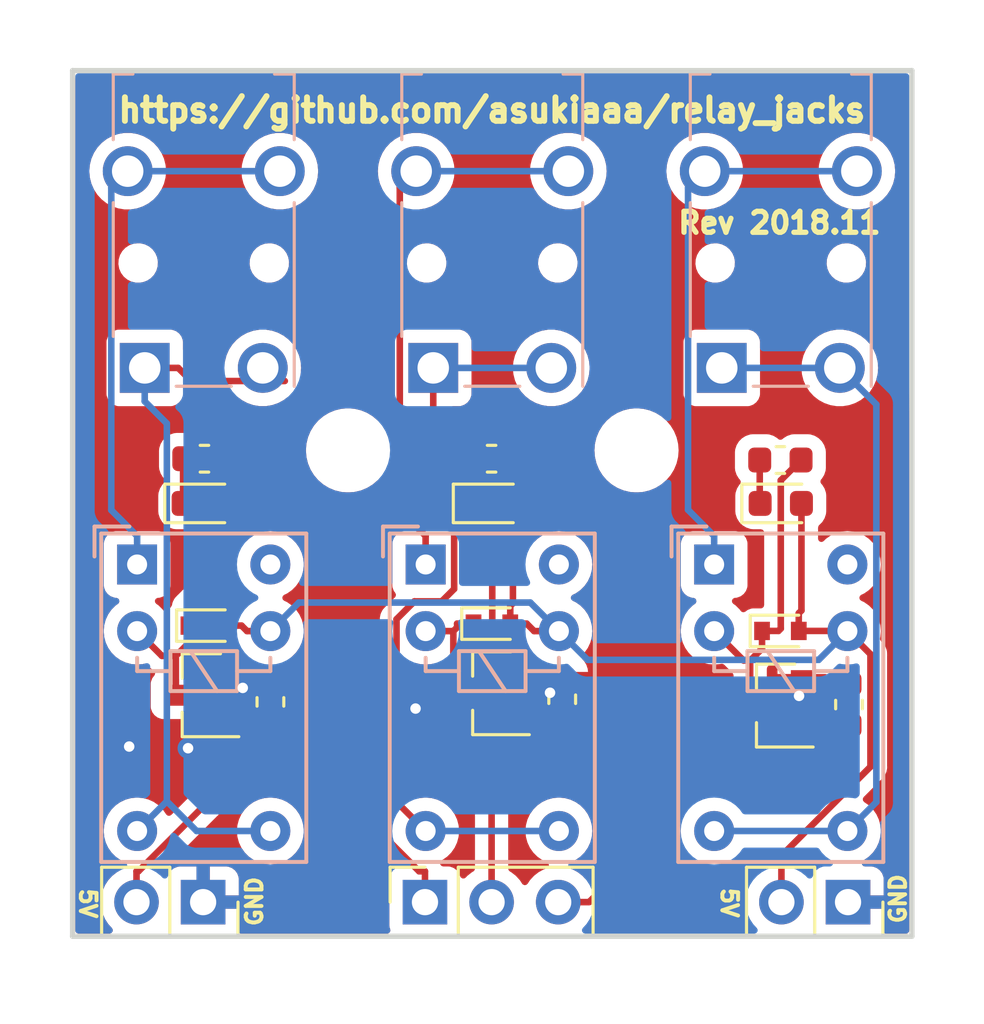
<source format=kicad_pcb>
(kicad_pcb (version 20221018) (generator pcbnew)
  (layers (0 "F.Cu" signal) (31 "B.Cu" signal) (34 "B.Paste" user) (35 "F.Paste" user) (36 "B.SilkS" user "B.Silkscreen") (37 "F.SilkS" user "F.Silkscreen") (38 "B.Mask" user) (39 "F.Mask" user) (44 "Edge.Cuts" user))
  (net 0 "")
  (net 1 "Net-(D1-Pad1)")
  (net 2 "+5V")
  (net 3 "Net-(D2-Pad1)")
  (net 4 "SIG0")
  (net 5 "SIG1")
  (net 6 "SIG2")
  (net 7 "GND")
  (net 8 "Net-(K1-Pad2)")
  (net 9 "Net-(J1-Pad4)")
  (net 10 "Net-(J1-Pad2)")
  (net 11 "Net-(D3-Pad1)")
  (net 12 "Net-(D4-Pad1)")
  (net 13 "Net-(D5-Pad1)")
  (net 14 "Net-(D6-Pad1)")
  (net 15 "Net-(J5-Pad2)")
  (net 16 "Net-(J5-Pad4)")
  (net 17 "Net-(J6-Pad4)")
  (net 18 "Net-(J6-Pad2)")
  (net 19 "Net-(K2-Pad2)")
  (net 20 "Net-(K3-Pad2)")
  (footprint "LED_SMD:LED_0603_1608Metric" (layer "F.Cu") (at 77.392 103.368)
    (fp_text reference "D1" hide)
    (fp_text value "LED")
    (fp_line (start -1.485 -0.735) (end -1.485 0.735) (stroke (width 0.12)) (layer "F.SilkS"))
    (fp_line (start -1.485 0.735) (end 0.8 0.735) (stroke (width 0.12)) (layer "F.SilkS"))
    (fp_line (start 0.8 -0.735) (end -1.485 -0.735) (stroke (width 0.12)) (layer "F.SilkS"))
    (pad "1" smd roundrect (at -0.7875 0) (size 0.875 0.95) (layers "F.Cu" "F.Paste" "F.Mask") (net 1 "Net-(D1-Pad1)"))
    (pad "2" smd roundrect (at 0.7875 0) (size 0.875 0.95) (layers "F.Cu" "F.Paste" "F.Mask") (net 2 "+5V"))
  )
  (footprint "Diode_SMD:D_SOD-523" (layer "F.Cu") (at 77.5081 108.026)
    (fp_text reference "D2" hide)
    (fp_text value "DIODE")
    (fp_line (start -1.15 -0.6) (end -1.15 0.6) (stroke (width 0.12)) (layer "F.SilkS"))
    (fp_line (start 0.7 -0.6) (end -1.15 -0.6) (stroke (width 0.12)) (layer "F.SilkS"))
    (fp_line (start 0.7 0.6) (end -1.15 0.6) (stroke (width 0.12)) (layer "F.SilkS"))
    (pad "1" smd rect (at -0.7 0 180) (size 0.6 0.7) (layers "F.Cu" "F.Paste" "F.Mask") (net 3 "Net-(D2-Pad1)"))
    (pad "2" smd rect (at 0.7 0 180) (size 0.6 0.7) (layers "F.Cu" "F.Paste" "F.Mask") (net 2 "+5V"))
  )
  (footprint "Connector_PinSocket_2.54mm:PinSocket_1x03_P2.54mm_Vertical" (layer "F.Cu") (at 85.8266 118.567 90)
    (fp_text reference "J2" hide)
    (fp_text value "Conn_01x03")
    (fp_line (start -1.33 1.27) (end -1.33 6.41) (stroke (width 0.12)) (layer "F.SilkS"))
    (fp_line (start -1.33 1.27) (end 1.33 1.27) (stroke (width 0.12)) (layer "F.SilkS"))
    (fp_line (start -1.33 6.41) (end 1.33 6.41) (stroke (width 0.12)) (layer "F.SilkS"))
    (fp_line (start 0 -1.33) (end 1.33 -1.33) (stroke (width 0.12)) (layer "F.SilkS"))
    (fp_line (start 1.33 -1.33) (end 1.33 0) (stroke (width 0.12)) (layer "F.SilkS"))
    (fp_line (start 1.33 1.27) (end 1.33 6.41) (stroke (width 0.12)) (layer "F.SilkS"))
    (pad "1" thru_hole rect (at 0 0 90) (size 1.7 1.7) (drill 1) (layers "*.Cu" "*.Mask") (net 4 "SIG0"))
    (pad "2" thru_hole oval (at 0 2.54 90) (size 1.7 1.7) (drill 1) (layers "*.Cu" "*.Mask") (net 5 "SIG1"))
    (pad "3" thru_hole oval (at 0 5.08 90) (size 1.7 1.7) (drill 1) (layers "*.Cu" "*.Mask") (net 6 "SIG2"))
  )
  (footprint "Connector_PinSocket_2.54mm:PinSocket_1x02_P2.54mm_Vertical" (layer "F.Cu") (at 77.3684 118.567 -90)
    (fp_text reference "J3" hide)
    (fp_text value "Conn_01x02")
    (fp_line (start -1.33 1.27) (end -1.33 3.87) (stroke (width 0.12)) (layer "F.SilkS"))
    (fp_line (start -1.33 1.27) (end 1.33 1.27) (stroke (width 0.12)) (layer "F.SilkS"))
    (fp_line (start -1.33 3.87) (end 1.33 3.87) (stroke (width 0.12)) (layer "F.SilkS"))
    (fp_line (start 0 -1.33) (end 1.33 -1.33) (stroke (width 0.12)) (layer "F.SilkS"))
    (fp_line (start 1.33 -1.33) (end 1.33 0) (stroke (width 0.12)) (layer "F.SilkS"))
    (fp_line (start 1.33 1.27) (end 1.33 3.87) (stroke (width 0.12)) (layer "F.SilkS"))
    (pad "1" thru_hole rect (at 0 0 270) (size 1.7 1.7) (drill 1) (layers "*.Cu" "*.Mask") (net 7 "GND"))
    (pad "2" thru_hole oval (at 0 2.54 270) (size 1.7 1.7) (drill 1) (layers "*.Cu" "*.Mask") (net 2 "+5V"))
  )
  (footprint "Connector_PinSocket_2.54mm:PinSocket_1x02_P2.54mm_Vertical" (layer "F.Cu") (at 101.956 118.567 -90)
    (fp_text reference "J4" hide)
    (fp_text value "Conn_01x02")
    (fp_line (start -1.33 1.27) (end -1.33 3.87) (stroke (width 0.12)) (layer "F.SilkS"))
    (fp_line (start -1.33 1.27) (end 1.33 1.27) (stroke (width 0.12)) (layer "F.SilkS"))
    (fp_line (start -1.33 3.87) (end 1.33 3.87) (stroke (width 0.12)) (layer "F.SilkS"))
    (fp_line (start 0 -1.33) (end 1.33 -1.33) (stroke (width 0.12)) (layer "F.SilkS"))
    (fp_line (start 1.33 -1.33) (end 1.33 0) (stroke (width 0.12)) (layer "F.SilkS"))
    (fp_line (start 1.33 1.27) (end 1.33 3.87) (stroke (width 0.12)) (layer "F.SilkS"))
    (pad "1" thru_hole rect (at 0 0 270) (size 1.7 1.7) (drill 1) (layers "*.Cu" "*.Mask") (net 7 "GND"))
    (pad "2" thru_hole oval (at 0 2.54 270) (size 1.7 1.7) (drill 1) (layers "*.Cu" "*.Mask") (net 2 "+5V"))
  )
  (footprint "Package_TO_SOT_SMD:SOT-23" (layer "F.Cu") (at 77.3303 110.68 180)
    (fp_text reference "Q1" hide)
    (fp_text value "Q_NMOS_GSD")
    (fp_line (start 0.76 -1.58) (end -1.4 -1.58) (stroke (width 0.12)) (layer "F.SilkS"))
    (fp_line (start 0.76 -1.58) (end 0.76 -0.65) (stroke (width 0.12)) (layer "F.SilkS"))
    (fp_line (start 0.76 1.58) (end -0.7 1.58) (stroke (width 0.12)) (layer "F.SilkS"))
    (fp_line (start 0.76 1.58) (end 0.76 0.65) (stroke (width 0.12)) (layer "F.SilkS"))
    (pad "1" smd rect (at -1 -0.95 180) (size 0.9 0.8) (layers "F.Cu" "F.Paste" "F.Mask") (net 4 "SIG0"))
    (pad "2" smd rect (at -1 0.95 180) (size 0.9 0.8) (layers "F.Cu" "F.Paste" "F.Mask") (net 7 "GND"))
    (pad "3" smd rect (at 1 0 180) (size 0.9 0.8) (layers "F.Cu" "F.Paste" "F.Mask") (net 3 "Net-(D2-Pad1)"))
  )
  (footprint "Resistor_SMD:R_0603_1608Metric" (layer "F.Cu") (at 77.4191 101.664 180)
    (fp_text reference "R1" hide)
    (fp_text value "1k")
    (fp_line (start -0.162779 -0.51) (end 0.162779 -0.51) (stroke (width 0.12)) (layer "F.SilkS"))
    (fp_line (start -0.162779 0.51) (end 0.162779 0.51) (stroke (width 0.12)) (layer "F.SilkS"))
    (pad "1" smd roundrect (at -0.7875 0 180) (size 0.875 0.95) (layers "F.Cu" "F.Paste" "F.Mask") (net 3 "Net-(D2-Pad1)"))
    (pad "2" smd roundrect (at 0.7875 0 180) (size 0.875 0.95) (layers "F.Cu" "F.Paste" "F.Mask") (net 1 "Net-(D1-Pad1)"))
  )
  (footprint "Resistor_SMD:R_0603_1608Metric" (layer "F.Cu") (at 79.9338 110.934 90)
    (fp_text reference "R2" hide)
    (fp_text value "1k")
    (fp_line (start -0.162779 -0.51) (end 0.162779 -0.51) (stroke (width 0.12)) (layer "F.SilkS"))
    (fp_line (start -0.162779 0.51) (end 0.162779 0.51) (stroke (width 0.12)) (layer "F.SilkS"))
    (pad "1" smd roundrect (at -0.7875 0 90) (size 0.875 0.95) (layers "F.Cu" "F.Paste" "F.Mask") (net 4 "SIG0"))
    (pad "2" smd roundrect (at 0.7875 0 90) (size 0.875 0.95) (layers "F.Cu" "F.Paste" "F.Mask") (net 7 "GND"))
  )
  (footprint "LED_SMD:LED_0603_1608Metric" (layer "F.Cu") (at 88.392 103.368)
    (fp_text reference "D3" hide)
    (fp_text value "LED")
    (fp_line (start -1.485 -0.735) (end -1.485 0.735) (stroke (width 0.12)) (layer "F.SilkS"))
    (fp_line (start -1.485 0.735) (end 0.8 0.735) (stroke (width 0.12)) (layer "F.SilkS"))
    (fp_line (start 0.8 -0.735) (end -1.485 -0.735) (stroke (width 0.12)) (layer "F.SilkS"))
    (pad "1" smd roundrect (at -0.7875 0) (size 0.875 0.95) (layers "F.Cu" "F.Paste" "F.Mask") (net 11 "Net-(D3-Pad1)"))
    (pad "2" smd roundrect (at 0.7875 0) (size 0.875 0.95) (layers "F.Cu" "F.Paste" "F.Mask") (net 2 "+5V"))
  )
  (footprint "Diode_SMD:D_SOD-523" (layer "F.Cu") (at 88.3778 107.95)
    (fp_text reference "D4" hide)
    (fp_text value "DIODE")
    (fp_line (start -1.15 -0.6) (end -1.15 0.6) (stroke (width 0.12)) (layer "F.SilkS"))
    (fp_line (start 0.7 -0.6) (end -1.15 -0.6) (stroke (width 0.12)) (layer "F.SilkS"))
    (fp_line (start 0.7 0.6) (end -1.15 0.6) (stroke (width 0.12)) (layer "F.SilkS"))
    (pad "1" smd rect (at -0.7 0 180) (size 0.6 0.7) (layers "F.Cu" "F.Paste" "F.Mask") (net 12 "Net-(D4-Pad1)"))
    (pad "2" smd rect (at 0.7 0 180) (size 0.6 0.7) (layers "F.Cu" "F.Paste" "F.Mask") (net 2 "+5V"))
  )
  (footprint "LED_SMD:LED_0603_1608Metric" (layer "F.Cu") (at 99.392 103.368)
    (fp_text reference "D5" hide)
    (fp_text value "LED")
    (fp_line (start -1.485 -0.735) (end -1.485 0.735) (stroke (width 0.12)) (layer "F.SilkS"))
    (fp_line (start -1.485 0.735) (end 0.8 0.735) (stroke (width 0.12)) (layer "F.SilkS"))
    (fp_line (start 0.8 -0.735) (end -1.485 -0.735) (stroke (width 0.12)) (layer "F.SilkS"))
    (pad "1" smd roundrect (at -0.7875 0) (size 0.875 0.95) (layers "F.Cu" "F.Paste" "F.Mask") (net 13 "Net-(D5-Pad1)"))
    (pad "2" smd roundrect (at 0.7875 0) (size 0.875 0.95) (layers "F.Cu" "F.Paste" "F.Mask") (net 2 "+5V"))
  )
  (footprint "Diode_SMD:D_SOD-523" (layer "F.Cu") (at 99.3775 108.229)
    (fp_text reference "D6" hide)
    (fp_text value "DIODE")
    (fp_line (start -1.15 -0.6) (end -1.15 0.6) (stroke (width 0.12)) (layer "F.SilkS"))
    (fp_line (start 0.7 -0.6) (end -1.15 -0.6) (stroke (width 0.12)) (layer "F.SilkS"))
    (fp_line (start 0.7 0.6) (end -1.15 0.6) (stroke (width 0.12)) (layer "F.SilkS"))
    (pad "1" smd rect (at -0.7 0 180) (size 0.6 0.7) (layers "F.Cu" "F.Paste" "F.Mask") (net 14 "Net-(D6-Pad1)"))
    (pad "2" smd rect (at 0.7 0 180) (size 0.6 0.7) (layers "F.Cu" "F.Paste" "F.Mask") (net 2 "+5V"))
  )
  (footprint "Package_TO_SOT_SMD:SOT-23" (layer "F.Cu") (at 88.4047 110.604 180)
    (fp_text reference "Q2" hide)
    (fp_text value "Q_NMOS_GSD")
    (fp_line (start 0.76 -1.58) (end -1.4 -1.58) (stroke (width 0.12)) (layer "F.SilkS"))
    (fp_line (start 0.76 -1.58) (end 0.76 -0.65) (stroke (width 0.12)) (layer "F.SilkS"))
    (fp_line (start 0.76 1.58) (end -0.7 1.58) (stroke (width 0.12)) (layer "F.SilkS"))
    (fp_line (start 0.76 1.58) (end 0.76 0.65) (stroke (width 0.12)) (layer "F.SilkS"))
    (pad "1" smd rect (at -1 -0.95 180) (size 0.9 0.8) (layers "F.Cu" "F.Paste" "F.Mask") (net 5 "SIG1"))
    (pad "2" smd rect (at -1 0.95 180) (size 0.9 0.8) (layers "F.Cu" "F.Paste" "F.Mask") (net 7 "GND"))
    (pad "3" smd rect (at 1 0 180) (size 0.9 0.8) (layers "F.Cu" "F.Paste" "F.Mask") (net 12 "Net-(D4-Pad1)"))
  )
  (footprint "Package_TO_SOT_SMD:SOT-23" (layer "F.Cu") (at 99.2251 111.074 180)
    (fp_text reference "Q3" hide)
    (fp_text value "Q_NMOS_GSD")
    (fp_line (start 0.76 -1.58) (end -1.4 -1.58) (stroke (width 0.12)) (layer "F.SilkS"))
    (fp_line (start 0.76 -1.58) (end 0.76 -0.65) (stroke (width 0.12)) (layer "F.SilkS"))
    (fp_line (start 0.76 1.58) (end -0.7 1.58) (stroke (width 0.12)) (layer "F.SilkS"))
    (fp_line (start 0.76 1.58) (end 0.76 0.65) (stroke (width 0.12)) (layer "F.SilkS"))
    (pad "1" smd rect (at -1 -0.95 180) (size 0.9 0.8) (layers "F.Cu" "F.Paste" "F.Mask") (net 6 "SIG2"))
    (pad "2" smd rect (at -1 0.95 180) (size 0.9 0.8) (layers "F.Cu" "F.Paste" "F.Mask") (net 7 "GND"))
    (pad "3" smd rect (at 1 0 180) (size 0.9 0.8) (layers "F.Cu" "F.Paste" "F.Mask") (net 14 "Net-(D6-Pad1)"))
  )
  (footprint "Resistor_SMD:R_0603_1608Metric" (layer "F.Cu") (at 91.059 110.833 90)
    (fp_text reference "R3" hide)
    (fp_text value "1k")
    (fp_line (start -0.162779 -0.51) (end 0.162779 -0.51) (stroke (width 0.12)) (layer "F.SilkS"))
    (fp_line (start -0.162779 0.51) (end 0.162779 0.51) (stroke (width 0.12)) (layer "F.SilkS"))
    (pad "1" smd roundrect (at -0.7875 0 90) (size 0.875 0.95) (layers "F.Cu" "F.Paste" "F.Mask") (net 5 "SIG1"))
    (pad "2" smd roundrect (at 0.7875 0 90) (size 0.875 0.95) (layers "F.Cu" "F.Paste" "F.Mask") (net 7 "GND"))
  )
  (footprint "Resistor_SMD:R_0603_1608Metric" (layer "F.Cu") (at 88.3666 101.664 180)
    (fp_text reference "R4" hide)
    (fp_text value "1k")
    (fp_line (start -0.162779 -0.51) (end 0.162779 -0.51) (stroke (width 0.12)) (layer "F.SilkS"))
    (fp_line (start -0.162779 0.51) (end 0.162779 0.51) (stroke (width 0.12)) (layer "F.SilkS"))
    (pad "1" smd roundrect (at -0.7875 0 180) (size 0.875 0.95) (layers "F.Cu" "F.Paste" "F.Mask") (net 12 "Net-(D4-Pad1)"))
    (pad "2" smd roundrect (at 0.7875 0 180) (size 0.875 0.95) (layers "F.Cu" "F.Paste" "F.Mask") (net 11 "Net-(D3-Pad1)"))
  )
  (footprint "Resistor_SMD:R_0603_1608Metric" (layer "F.Cu") (at 101.994 111.036 90)
    (fp_text reference "R5" hide)
    (fp_text value "1k")
    (fp_line (start -0.162779 -0.51) (end 0.162779 -0.51) (stroke (width 0.12)) (layer "F.SilkS"))
    (fp_line (start -0.162779 0.51) (end 0.162779 0.51) (stroke (width 0.12)) (layer "F.SilkS"))
    (pad "1" smd roundrect (at -0.7875 0 90) (size 0.875 0.95) (layers "F.Cu" "F.Paste" "F.Mask") (net 6 "SIG2"))
    (pad "2" smd roundrect (at 0.7875 0 90) (size 0.875 0.95) (layers "F.Cu" "F.Paste" "F.Mask") (net 7 "GND"))
  )
  (footprint "Resistor_SMD:R_0603_1608Metric" (layer "F.Cu") (at 99.3775 101.714 180)
    (fp_text reference "R6" hide)
    (fp_text value "1k")
    (fp_line (start -0.162779 -0.51) (end 0.162779 -0.51) (stroke (width 0.12)) (layer "F.SilkS"))
    (fp_line (start -0.162779 0.51) (end 0.162779 0.51) (stroke (width 0.12)) (layer "F.SilkS"))
    (pad "1" smd roundrect (at -0.7875 0 180) (size 0.875 0.95) (layers "F.Cu" "F.Paste" "F.Mask") (net 14 "Net-(D6-Pad1)"))
    (pad "2" smd roundrect (at 0.7875 0 180) (size 0.875 0.95) (layers "F.Cu" "F.Paste" "F.Mask") (net 13 "Net-(D5-Pad1)"))
  )
  (footprint "MountingHole:MountingHole_2.7mm_M2.5_DIN965" (layer "F.Cu") (at 93.892 101.346)
    (fp_text reference "REF1" hide)
    (fp_text value "MountingHole_2.7mm_M2.5_DIN965")
    (pad "" np_thru_hole circle (at 0 0) (size 2.7 2.7) (drill 2.7) (layers "*.Cu" "*.Mask"))
  )
  (footprint "MountingHole:MountingHole_2.7mm_M2.5_DIN965" (layer "F.Cu") (at 82.892 101.346)
    (fp_text reference "REF2" hide)
    (fp_text value "MountingHole_2.7mm_M2.5_DIN965")
    (pad "" np_thru_hole circle (at 0 0) (size 2.7 2.7) (drill 2.7) (layers "*.Cu" "*.Mask"))
  )
  (footprint "Connector_Audio:Jack_3.5mm_Switronic_ST-005-G_horizontal" (layer "B.Cu") (at 77.392 91.702 -90)
    (fp_text reference "J1" hide)
    (fp_text value "AudioJack3_Ground")
    (fp_line (start -4.7 -3.45) (end -4.7 -2.7) (stroke (width 0.12)) (layer "B.SilkS"))
    (fp_line (start -4.7 2.7) (end -4.7 3.45) (stroke (width 0.12)) (layer "B.SilkS"))
    (fp_line (start -4.7 3.45) (end -2.2 3.45) (stroke (width 0.12)) (layer "B.SilkS"))
    (fp_line (start -2.2 -3.45) (end -4.7 -3.45) (stroke (width 0.12)) (layer "B.SilkS"))
    (fp_line (start 0.2 -3.45) (end 7.2 -3.45) (stroke (width 0.12)) (layer "B.SilkS"))
    (fp_line (start 0.2 3.45) (end 5.3 3.45) (stroke (width 0.12)) (layer "B.SilkS"))
    (fp_line (start 7.2 1.05) (end 7.2 -1.05) (stroke (width 0.12)) (layer "B.SilkS"))
    (pad "" np_thru_hole circle (at 2.5 -2.5 270) (size 1 1) (drill 1) (layers "*.Cu" "*.Mask"))
    (pad "" np_thru_hole circle (at 2.5 2.5 270) (size 1 1) (drill 1) (layers "*.Cu" "*.Mask"))
    (pad "2" thru_hole rect (at 6.5 2.25 270) (size 1.9 1.9) (drill 1.2) (layers "*.Cu" "*.Mask") (net 10 "Net-(J1-Pad2)"))
    (pad "3" thru_hole circle (at 6.5 -2.25 270) (size 1.9 1.9) (drill 1.2) (layers "*.Cu" "*.Mask") (net 10 "Net-(J1-Pad2)"))
    (pad "4" thru_hole circle (at -1 -2.9 270) (size 1.9 1.9) (drill 1.2) (layers "*.Cu" "*.Mask") (net 9 "Net-(J1-Pad4)"))
    (pad "4" thru_hole circle (at -1 2.9 270) (size 1.9 1.9) (drill 1.2) (layers "*.Cu" "*.Mask") (net 9 "Net-(J1-Pad4)"))
  )
  (footprint "Relay_THT:Relay_SPDT_HsinDa_Y14" (layer "B.Cu") (at 74.852 105.696 -90)
    (fp_text reference "K1" hide)
    (fp_text value "Y14x-1C-xxDS")
    (fp_line (start -1.4478 1.6256) (end -1.4478 0.2921) (stroke (width 0.15)) (layer "B.SilkS"))
    (fp_line (start -1.18 -6.45) (end 11.34 -6.45) (stroke (width 0.15)) (layer "B.SilkS"))
    (fp_line (start -1.18 1.37) (end -1.18 -6.45) (stroke (width 0.15)) (layer "B.SilkS"))
    (fp_line (start -0.3048 1.6256) (end -1.4478 1.6256) (stroke (width 0.15)) (layer "B.SilkS"))
    (fp_line (start 3.302 -3.81) (end 3.302 -1.27) (stroke (width 0.15)) (layer "B.SilkS"))
    (fp_line (start 3.302 -2.032) (end 4.826 -3.048) (stroke (width 0.15)) (layer "B.SilkS"))
    (fp_line (start 3.302 -1.27) (end 4.826 -1.27) (stroke (width 0.15)) (layer "B.SilkS"))
    (fp_line (start 3.556 0) (end 4.064 0) (stroke (width 0.15)) (layer "B.SilkS"))
    (fp_line (start 4.064 -5.08) (end 3.556 -5.08) (stroke (width 0.15)) (layer "B.SilkS"))
    (fp_line (start 4.064 -3.81) (end 4.064 -5.08) (stroke (width 0.15)) (layer "B.SilkS"))
    (fp_line (start 4.064 0) (end 4.064 -1.27) (stroke (width 0.15)) (layer "B.SilkS"))
    (fp_line (start 4.826 -3.81) (end 3.302 -3.81) (stroke (width 0.15)) (layer "B.SilkS"))
    (fp_line (start 4.826 -1.27) (end 4.826 -3.81) (stroke (width 0.15)) (layer "B.SilkS"))
    (fp_line (start 11.34 -6.45) (end 11.34 1.37) (stroke (width 0.15)) (layer "B.SilkS"))
    (fp_line (start 11.34 1.37) (end -1.18 1.37) (stroke (width 0.15)) (layer "B.SilkS"))
    (pad "1" thru_hole rect (at 0 0 270) (size 1.524 1.524) (drill 0.762) (layers "*.Cu" "*.Mask") (net 9 "Net-(J1-Pad4)"))
    (pad "2" thru_hole circle (at 0 -5.08 270) (size 1.524 1.524) (drill 0.762) (layers "*.Cu" "*.Mask") (net 8 "Net-(K1-Pad2)"))
    (pad "3" thru_hole circle (at 2.54 0 270) (size 1.524 1.524) (drill 0.762) (layers "*.Cu" "*.Mask") (net 3 "Net-(D2-Pad1)"))
    (pad "4" thru_hole circle (at 2.54 -5.08 270) (size 1.524 1.524) (drill 0.762) (layers "*.Cu" "*.Mask") (net 2 "+5V"))
    (pad "5" thru_hole circle (at 10.16 0 270) (size 1.524 1.524) (drill 0.762) (layers "*.Cu" "*.Mask") (net 10 "Net-(J1-Pad2)"))
    (pad "6" thru_hole circle (at 10.16 -5.08 270) (size 1.524 1.524) (drill 0.762) (layers "*.Cu" "*.Mask") (net 10 "Net-(J1-Pad2)"))
  )
  (footprint "Connector_Audio:Jack_3.5mm_Switronic_ST-005-G_horizontal" (layer "B.Cu") (at 88.392 91.702 -90)
    (fp_text reference "J5" hide)
    (fp_text value "AudioJack3_Ground")
    (fp_line (start -4.7 -3.45) (end -4.7 -2.7) (stroke (width 0.12)) (layer "B.SilkS"))
    (fp_line (start -4.7 2.7) (end -4.7 3.45) (stroke (width 0.12)) (layer "B.SilkS"))
    (fp_line (start -4.7 3.45) (end -2.2 3.45) (stroke (width 0.12)) (layer "B.SilkS"))
    (fp_line (start -2.2 -3.45) (end -4.7 -3.45) (stroke (width 0.12)) (layer "B.SilkS"))
    (fp_line (start 0.2 -3.45) (end 7.2 -3.45) (stroke (width 0.12)) (layer "B.SilkS"))
    (fp_line (start 0.2 3.45) (end 5.3 3.45) (stroke (width 0.12)) (layer "B.SilkS"))
    (fp_line (start 7.2 1.05) (end 7.2 -1.05) (stroke (width 0.12)) (layer "B.SilkS"))
    (pad "" np_thru_hole circle (at 2.5 -2.5 270) (size 1 1) (drill 1) (layers "*.Cu" "*.Mask"))
    (pad "" np_thru_hole circle (at 2.5 2.5 270) (size 1 1) (drill 1) (layers "*.Cu" "*.Mask"))
    (pad "2" thru_hole rect (at 6.5 2.25 270) (size 1.9 1.9) (drill 1.2) (layers "*.Cu" "*.Mask") (net 15 "Net-(J5-Pad2)"))
    (pad "3" thru_hole circle (at 6.5 -2.25 270) (size 1.9 1.9) (drill 1.2) (layers "*.Cu" "*.Mask") (net 15 "Net-(J5-Pad2)"))
    (pad "4" thru_hole circle (at -1 -2.9 270) (size 1.9 1.9) (drill 1.2) (layers "*.Cu" "*.Mask") (net 16 "Net-(J5-Pad4)"))
    (pad "4" thru_hole circle (at -1 2.9 270) (size 1.9 1.9) (drill 1.2) (layers "*.Cu" "*.Mask") (net 16 "Net-(J5-Pad4)"))
  )
  (footprint "Connector_Audio:Jack_3.5mm_Switronic_ST-005-G_horizontal" (layer "B.Cu") (at 99.392 91.702 -90)
    (fp_text reference "J6" hide)
    (fp_text value "AudioJack3_Ground")
    (fp_line (start -4.7 -3.45) (end -4.7 -2.7) (stroke (width 0.12)) (layer "B.SilkS"))
    (fp_line (start -4.7 2.7) (end -4.7 3.45) (stroke (width 0.12)) (layer "B.SilkS"))
    (fp_line (start -4.7 3.45) (end -2.2 3.45) (stroke (width 0.12)) (layer "B.SilkS"))
    (fp_line (start -2.2 -3.45) (end -4.7 -3.45) (stroke (width 0.12)) (layer "B.SilkS"))
    (fp_line (start 0.2 -3.45) (end 7.2 -3.45) (stroke (width 0.12)) (layer "B.SilkS"))
    (fp_line (start 0.2 3.45) (end 5.3 3.45) (stroke (width 0.12)) (layer "B.SilkS"))
    (fp_line (start 7.2 1.05) (end 7.2 -1.05) (stroke (width 0.12)) (layer "B.SilkS"))
    (pad "" np_thru_hole circle (at 2.5 -2.5 270) (size 1 1) (drill 1) (layers "*.Cu" "*.Mask"))
    (pad "" np_thru_hole circle (at 2.5 2.5 270) (size 1 1) (drill 1) (layers "*.Cu" "*.Mask"))
    (pad "2" thru_hole rect (at 6.5 2.25 270) (size 1.9 1.9) (drill 1.2) (layers "*.Cu" "*.Mask") (net 18 "Net-(J6-Pad2)"))
    (pad "3" thru_hole circle (at 6.5 -2.25 270) (size 1.9 1.9) (drill 1.2) (layers "*.Cu" "*.Mask") (net 18 "Net-(J6-Pad2)"))
    (pad "4" thru_hole circle (at -1 -2.9 270) (size 1.9 1.9) (drill 1.2) (layers "*.Cu" "*.Mask") (net 17 "Net-(J6-Pad4)"))
    (pad "4" thru_hole circle (at -1 2.9 270) (size 1.9 1.9) (drill 1.2) (layers "*.Cu" "*.Mask") (net 17 "Net-(J6-Pad4)"))
  )
  (footprint "Relay_THT:Relay_SPDT_HsinDa_Y14" (layer "B.Cu") (at 85.852 105.696 -90)
    (fp_text reference "K2" hide)
    (fp_text value "Y14x-1C-xxDS")
    (fp_line (start -1.4478 1.6256) (end -1.4478 0.2921) (stroke (width 0.15)) (layer "B.SilkS"))
    (fp_line (start -1.18 -6.45) (end 11.34 -6.45) (stroke (width 0.15)) (layer "B.SilkS"))
    (fp_line (start -1.18 1.37) (end -1.18 -6.45) (stroke (width 0.15)) (layer "B.SilkS"))
    (fp_line (start -0.3048 1.6256) (end -1.4478 1.6256) (stroke (width 0.15)) (layer "B.SilkS"))
    (fp_line (start 3.302 -3.81) (end 3.302 -1.27) (stroke (width 0.15)) (layer "B.SilkS"))
    (fp_line (start 3.302 -2.032) (end 4.826 -3.048) (stroke (width 0.15)) (layer "B.SilkS"))
    (fp_line (start 3.302 -1.27) (end 4.826 -1.27) (stroke (width 0.15)) (layer "B.SilkS"))
    (fp_line (start 3.556 0) (end 4.064 0) (stroke (width 0.15)) (layer "B.SilkS"))
    (fp_line (start 4.064 -5.08) (end 3.556 -5.08) (stroke (width 0.15)) (layer "B.SilkS"))
    (fp_line (start 4.064 -3.81) (end 4.064 -5.08) (stroke (width 0.15)) (layer "B.SilkS"))
    (fp_line (start 4.064 0) (end 4.064 -1.27) (stroke (width 0.15)) (layer "B.SilkS"))
    (fp_line (start 4.826 -3.81) (end 3.302 -3.81) (stroke (width 0.15)) (layer "B.SilkS"))
    (fp_line (start 4.826 -1.27) (end 4.826 -3.81) (stroke (width 0.15)) (layer "B.SilkS"))
    (fp_line (start 11.34 -6.45) (end 11.34 1.37) (stroke (width 0.15)) (layer "B.SilkS"))
    (fp_line (start 11.34 1.37) (end -1.18 1.37) (stroke (width 0.15)) (layer "B.SilkS"))
    (pad "1" thru_hole rect (at 0 0 270) (size 1.524 1.524) (drill 0.762) (layers "*.Cu" "*.Mask") (net 16 "Net-(J5-Pad4)"))
    (pad "2" thru_hole circle (at 0 -5.08 270) (size 1.524 1.524) (drill 0.762) (layers "*.Cu" "*.Mask") (net 19 "Net-(K2-Pad2)"))
    (pad "3" thru_hole circle (at 2.54 0 270) (size 1.524 1.524) (drill 0.762) (layers "*.Cu" "*.Mask") (net 12 "Net-(D4-Pad1)"))
    (pad "4" thru_hole circle (at 2.54 -5.08 270) (size 1.524 1.524) (drill 0.762) (layers "*.Cu" "*.Mask") (net 2 "+5V"))
    (pad "5" thru_hole circle (at 10.16 0 270) (size 1.524 1.524) (drill 0.762) (layers "*.Cu" "*.Mask") (net 15 "Net-(J5-Pad2)"))
    (pad "6" thru_hole circle (at 10.16 -5.08 270) (size 1.524 1.524) (drill 0.762) (layers "*.Cu" "*.Mask") (net 15 "Net-(J5-Pad2)"))
  )
  (footprint "Relay_THT:Relay_SPDT_HsinDa_Y14" (layer "B.Cu") (at 96.852 105.696 -90)
    (fp_text reference "K3" hide)
    (fp_text value "Y14x-1C-xxDS")
    (fp_line (start -1.4478 1.6256) (end -1.4478 0.2921) (stroke (width 0.15)) (layer "B.SilkS"))
    (fp_line (start -1.18 -6.45) (end 11.34 -6.45) (stroke (width 0.15)) (layer "B.SilkS"))
    (fp_line (start -1.18 1.37) (end -1.18 -6.45) (stroke (width 0.15)) (layer "B.SilkS"))
    (fp_line (start -0.3048 1.6256) (end -1.4478 1.6256) (stroke (width 0.15)) (layer "B.SilkS"))
    (fp_line (start 3.302 -3.81) (end 3.302 -1.27) (stroke (width 0.15)) (layer "B.SilkS"))
    (fp_line (start 3.302 -2.032) (end 4.826 -3.048) (stroke (width 0.15)) (layer "B.SilkS"))
    (fp_line (start 3.302 -1.27) (end 4.826 -1.27) (stroke (width 0.15)) (layer "B.SilkS"))
    (fp_line (start 3.556 0) (end 4.064 0) (stroke (width 0.15)) (layer "B.SilkS"))
    (fp_line (start 4.064 -5.08) (end 3.556 -5.08) (stroke (width 0.15)) (layer "B.SilkS"))
    (fp_line (start 4.064 -3.81) (end 4.064 -5.08) (stroke (width 0.15)) (layer "B.SilkS"))
    (fp_line (start 4.064 0) (end 4.064 -1.27) (stroke (width 0.15)) (layer "B.SilkS"))
    (fp_line (start 4.826 -3.81) (end 3.302 -3.81) (stroke (width 0.15)) (layer "B.SilkS"))
    (fp_line (start 4.826 -1.27) (end 4.826 -3.81) (stroke (width 0.15)) (layer "B.SilkS"))
    (fp_line (start 11.34 -6.45) (end 11.34 1.37) (stroke (width 0.15)) (layer "B.SilkS"))
    (fp_line (start 11.34 1.37) (end -1.18 1.37) (stroke (width 0.15)) (layer "B.SilkS"))
    (pad "1" thru_hole rect (at 0 0 270) (size 1.524 1.524) (drill 0.762) (layers "*.Cu" "*.Mask") (net 17 "Net-(J6-Pad4)"))
    (pad "2" thru_hole circle (at 0 -5.08 270) (size 1.524 1.524) (drill 0.762) (layers "*.Cu" "*.Mask") (net 20 "Net-(K3-Pad2)"))
    (pad "3" thru_hole circle (at 2.54 0 270) (size 1.524 1.524) (drill 0.762) (layers "*.Cu" "*.Mask") (net 14 "Net-(D6-Pad1)"))
    (pad "4" thru_hole circle (at 2.54 -5.08 270) (size 1.524 1.524) (drill 0.762) (layers "*.Cu" "*.Mask") (net 2 "+5V"))
    (pad "5" thru_hole circle (at 10.16 0 270) (size 1.524 1.524) (drill 0.762) (layers "*.Cu" "*.Mask") (net 18 "Net-(J6-Pad2)"))
    (pad "6" thru_hole circle (at 10.16 -5.08 270) (size 1.524 1.524) (drill 0.762) (layers "*.Cu" "*.Mask") (net 18 "Net-(J6-Pad2)"))
  )
  (gr_line (start 72.392 86.868) (end 72.392 119.868) (stroke (width 0.2)) (layer "Edge.Cuts"))
  (gr_line (start 104.392 86.868) (end 72.392 86.868) (stroke (width 0.2)) (layer "Edge.Cuts"))
  (gr_line (start 72.392 119.868) (end 104.392 119.868) (stroke (width 0.2)) (layer "Edge.Cuts"))
  (gr_line (start 104.392 119.868) (end 104.392 86.868) (stroke (width 0.2)) (layer "Edge.Cuts"))
  (gr_text "5V" (at 97.4344 118.5926 270) (layer "F.SilkS") (effects (font (size 0.6 0.6))))
  (gr_text "Rev 2018.11" (at 99.3394 92.6719) (layer "F.SilkS") (effects (font (size 0.8 0.8) (thickness 0.2))))
  (gr_text "https://github.com/asukiaaa/relay_jacks" (at 88.3793 88.3793) (layer "F.SilkS") (effects (font (size 0.9 0.9) (thickness 0.225))))
  (gr_text "5V" (at 72.9742 118.618 270) (layer "F.SilkS") (effects (font (size 0.6 0.6))))
  (gr_text "GND" (at 103.8606 118.4402 90) (layer "F.SilkS") (effects (font (size 0.6 0.6))))
  (gr_text "GND" (at 79.3242 118.5418 90) (layer "F.SilkS") (effects (font (size 0.6 0.6))))
  (segment (start 76.6045 101.6911) (end 76.6045 103.368) (width 0.25) (layer "F.Cu") (net 1))
  (segment (start 76.6316 101.664) (end 76.6045 101.6911) (width 0.25) (layer "F.Cu") (net 1))
  (segment (start 79.932 108.236) (end 79.0434 108.236) (width 0.25) (layer "F.Cu") (net 2))
  (segment (start 89.1795 107.173) (end 89.0778 107.2747) (width 0.25) (layer "F.Cu") (net 2))
  (segment (start 78.2081 108.026) (end 77.5828 108.026) (width 0.25) (layer "F.Cu") (net 2))
  (segment (start 101.925 108.229) (end 101.932 108.236) (width 0.25) (layer "F.Cu") (net 2))
  (segment (start 78.1795 103.368) (end 78.1795 107.3221) (width 0.25) (layer "F.Cu") (net 2))
  (segment (start 100.1795 107.4517) (end 100.0775 107.5537) (width 0.25) (layer "F.Cu") (net 2))
  (segment (start 102.8101 113.407) (end 102.8101 109.1141) (width 0.25) (layer "F.Cu") (net 2))
  (segment (start 77.5192 114.7744) (end 74.9019 117.3917) (width 0.25) (layer "F.Cu") (net 2))
  (segment (start 90.932 108.236) (end 89.9891 108.236) (width 0.25) (layer "F.Cu") (net 2))
  (segment (start 89.1795 103.368) (end 89.1795 107.173) (width 0.25) (layer "F.Cu") (net 2))
  (segment (start 99.416 116.8011) (end 102.8101 113.407) (width 0.25) (layer "F.Cu") (net 2))
  (segment (start 77.5828 108.026) (end 77.5192 108.0896) (width 0.25) (layer "F.Cu") (net 2))
  (segment (start 78.1795 107.3221) (end 78.2081 107.3507) (width 0.25) (layer "F.Cu") (net 2))
  (segment (start 78.2081 108.026) (end 78.8334 108.026) (width 0.25) (layer "F.Cu") (net 2))
  (segment (start 100.1795 103.368) (end 100.1795 107.4517) (width 0.25) (layer "F.Cu") (net 2))
  (segment (start 74.9019 117.3917) (end 74.8284 117.3917) (width 0.25) (layer "F.Cu") (net 2))
  (segment (start 99.416 118.567) (end 99.416 116.8011) (width 0.25) (layer "F.Cu") (net 2))
  (segment (start 89.0778 107.95) (end 89.0778 107.2747) (width 0.25) (layer "F.Cu") (net 2))
  (segment (start 100.0775 108.229) (end 100.0775 107.5537) (width 0.25) (layer "F.Cu") (net 2))
  (segment (start 77.5192 108.0896) (end 77.5192 114.7744) (width 0.25) (layer "F.Cu") (net 2))
  (segment (start 89.0778 107.95) (end 89.7031 107.95) (width 0.25) (layer "F.Cu") (net 2))
  (segment (start 89.9891 108.236) (end 89.7031 107.95) (width 0.25) (layer "F.Cu") (net 2))
  (segment (start 79.0434 108.236) (end 78.8334 108.026) (width 0.25) (layer "F.Cu") (net 2))
  (segment (start 78.2081 107.7511) (end 78.2081 108.026) (width 0.25) (layer "F.Cu") (net 2))
  (segment (start 78.2081 107.7511) (end 78.2081 107.3507) (width 0.25) (layer "F.Cu") (net 2))
  (segment (start 74.8284 118.567) (end 74.8284 117.3917) (width 0.25) (layer "F.Cu") (net 2))
  (segment (start 102.8101 109.1141) (end 101.932 108.236) (width 0.25) (layer "F.Cu") (net 2))
  (segment (start 100.0775 108.229) (end 101.925 108.229) (width 0.25) (layer "F.Cu") (net 2))
  (segment (start 90.932 108.236) (end 89.8433 107.1473) (width 0.25) (layer "B.Cu") (net 2))
  (segment (start 81.0207 107.1473) (end 79.932 108.236) (width 0.25) (layer "B.Cu") (net 2))
  (segment (start 101.932 108.236) (end 100.8359 109.3321) (width 0.25) (layer "B.Cu") (net 2))
  (segment (start 89.8433 107.1473) (end 81.0207 107.1473) (width 0.25) (layer "B.Cu") (net 2))
  (segment (start 100.8359 109.3321) (end 92.0281 109.3321) (width 0.25) (layer "B.Cu") (net 2))
  (segment (start 92.0281 109.3321) (end 90.932 108.236) (width 0.25) (layer "B.Cu") (net 2))
  (segment (start 76.8081 108.026) (end 76.8081 107.3507) (width 0.25) (layer "F.Cu") (net 3))
  (segment (start 77.392 106.7668) (end 76.8081 107.3507) (width 0.25) (layer "F.Cu") (net 3))
  (segment (start 76.3303 110.68) (end 76.3303 109.1791) (width 0.25) (layer "F.Cu") (net 3))
  (segment (start 75.7951 109.1791) (end 74.852 108.236) (width 0.25) (layer "F.Cu") (net 3))
  (segment (start 76.3303 109.1791) (end 75.7951 109.1791) (width 0.25) (layer "F.Cu") (net 3))
  (segment (start 76.8081 108.026) (end 76.8081 108.7013) (width 0.25) (layer "F.Cu") (net 3))
  (segment (start 76.3303 109.1791) (end 76.8081 108.7013) (width 0.25) (layer "F.Cu") (net 3))
  (segment (start 77.392 102.4786) (end 77.392 106.7668) (width 0.25) (layer "F.Cu") (net 3))
  (segment (start 78.2066 101.664) (end 77.392 102.4786) (width 0.25) (layer "F.Cu") (net 3))
  (segment (start 79.1971 111.7215) (end 79.9338 111.7215) (width 0.25) (layer "F.Cu") (net 4))
  (segment (start 85.604 117.3917) (end 85.8266 117.3917) (width 0.25) (layer "F.Cu") (net 4))
  (segment (start 79.9338 111.7215) (end 85.604 117.3917) (width 0.25) (layer "F.Cu") (net 4))
  (segment (start 85.8266 118.567) (end 85.8266 117.3917) (width 0.25) (layer "F.Cu") (net 4))
  (segment (start 78.3303 111.63) (end 79.1056 111.63) (width 0.25) (layer "F.Cu") (net 4))
  (segment (start 79.1056 111.63) (end 79.1971 111.7215) (width 0.25) (layer "F.Cu") (net 4))
  (segment (start 88.3666 112.868) (end 88.3666 118.567) (width 0.25) (layer "F.Cu") (net 5))
  (segment (start 89.6806 111.554) (end 90.18 111.554) (width 0.25) (layer "F.Cu") (net 5))
  (segment (start 89.6806 111.554) (end 88.3666 112.868) (width 0.25) (layer "F.Cu") (net 5))
  (segment (start 89.4047 111.554) (end 89.6806 111.554) (width 0.25) (layer "F.Cu") (net 5))
  (segment (start 91.059 111.6205) (end 90.2465 111.6205) (width 0.25) (layer "F.Cu") (net 5))
  (segment (start 90.2465 111.6205) (end 90.18 111.554) (width 0.25) (layer "F.Cu") (net 5))
  (segment (start 100.2251 112.024) (end 98.6249 112.024) (width 0.25) (layer "F.Cu") (net 6))
  (segment (start 98.6249 112.024) (end 92.0819 118.567) (width 0.25) (layer "F.Cu") (net 6))
  (segment (start 90.9066 118.567) (end 92.0819 118.567) (width 0.25) (layer "F.Cu") (net 6))
  (segment (start 101.994 111.8235) (end 101.7935 112.024) (width 0.25) (layer "F.Cu") (net 6))
  (segment (start 101.7935 112.024) (end 100.2251 112.024) (width 0.25) (layer "F.Cu") (net 6))
  (segment (start 74.6125 112.6998) (end 74.549 112.6363) (width 0.25) (layer "F.Cu") (net 7))
  (segment (start 78.3303 109.73) (end 79.5173 109.73) (width 0.25) (layer "F.Cu") (net 7))
  (segment (start 90.594052 110.585915) (end 90.594052 110.510448) (width 0.25) (layer "F.Cu") (net 7))
  (segment (start 100.5461 110.2485) (end 100.0887 110.7059) (width 0.25) (layer "F.Cu") (net 7))
  (segment (start 79.9338 110.1465) (end 79.1343 110.1465) (width 0.25) (layer "F.Cu") (net 7))
  (segment (start 79.5173 109.73) (end 79.9338 110.1465) (width 0.25) (layer "F.Cu") (net 7))
  (segment (start 91.059 110.0455) (end 89.7962 110.0455) (width 0.25) (layer "F.Cu") (net 7))
  (segment (start 101.994 110.2485) (end 100.5461 110.2485) (width 0.25) (layer "F.Cu") (net 7))
  (segment (start 76.7942 112.6998) (end 74.6125 112.6998) (width 0.25) (layer "F.Cu") (net 7))
  (segment (start 89.7962 110.0455) (end 89.4047 109.654) (width 0.25) (layer "F.Cu") (net 7))
  (segment (start 90.594052 110.510448) (end 91.059 110.0455) (width 0.25) (layer "F.Cu") (net 7))
  (segment (start 79.1343 110.1465) (end 78.8797 110.4011) (width 0.25) (layer "F.Cu") (net 7))
  (via (at 74.549 112.6363) (size 0.8) (drill 0.4) (layers "F.Cu" "B.Cu") (net 7))
  (via (at 90.594052 110.585915) (size 0.8) (drill 0.4) (layers "F.Cu" "B.Cu") (net 7))
  (via (at 85.4672 111.1885) (size 0.8) (drill 0.4) (layers "F.Cu" "B.Cu") (net 7))
  (via (at 100.0887 110.7059) (size 0.8) (drill 0.4) (layers "F.Cu" "B.Cu") (net 7))
  (via (at 78.8797 110.4011) (size 0.8) (drill 0.4) (layers "F.Cu" "B.Cu") (net 7))
  (via (at 76.7942 112.6998) (size 0.8) (drill 0.4) (layers "F.Cu" "B.Cu") (net 7))
  (segment (start 90.594052 110.585915) (end 86.069785 110.585915) (width 0.25) (layer "B.Cu") (net 7))
  (segment (start 78.8797 110.4011) (end 76.7942 112.4866) (width 0.25) (layer "B.Cu") (net 7))
  (segment (start 100.0887 110.7059) (end 90.714037 110.7059) (width 0.25) (layer "B.Cu") (net 7))
  (segment (start 76.7942 112.4866) (end 76.7942 112.6998) (width 0.25) (layer "B.Cu") (net 7))
  (segment (start 86.069785 110.585915) (end 85.4672 111.1885) (width 0.25) (layer "B.Cu") (net 7))
  (segment (start 90.714037 110.7059) (end 90.594052 110.585915) (width 0.25) (layer "B.Cu") (net 7))
  (segment (start 74.492 90.702) (end 80.292 90.702) (width 0.25) (layer "B.Cu") (net 9))
  (segment (start 73.8666 103.6233) (end 74.852 104.6087) (width 0.25) (layer "B.Cu") (net 9))
  (segment (start 74.852 105.696) (end 74.852 104.6087) (width 0.25) (layer "B.Cu") (net 9))
  (segment (start 74.492 90.702) (end 73.8666 91.3274) (width 0.25) (layer "B.Cu") (net 9))
  (segment (start 73.8666 91.3274) (end 73.8666 103.6233) (width 0.25) (layer "B.Cu") (net 9))
  (segment (start 80.482 98.702) (end 79.8444 98.702) (width 0.25) (layer "F.Cu") (net 10))
  (segment (start 79.8444 98.702) (end 79.642 98.4996) (width 0.25) (layer "F.Cu") (net 10))
  (segment (start 76.9173 98.702) (end 76.4173 98.202) (width 0.25) (layer "F.Cu") (net 10))
  (segment (start 75.142 98.202) (end 76.4173 98.202) (width 0.25) (layer "F.Cu") (net 10))
  (segment (start 79.2067 98.702) (end 76.9173 98.702) (width 0.25) (layer "F.Cu") (net 10))
  (segment (start 79.8444 98.702) (end 79.2067 98.702) (width 0.25) (layer "F.Cu") (net 10))
  (segment (start 79.642 98.4996) (end 79.642 98.202) (width 0.25) (layer "F.Cu") (net 10))
  (segment (start 75.9857 114.7223) (end 74.852 115.856) (width 0.25) (layer "B.Cu") (net 10))
  (segment (start 75.142 98.202) (end 75.142 99.4773) (width 0.25) (layer "B.Cu") (net 10))
  (segment (start 77.1194 115.856) (end 75.9857 114.7223) (width 0.25) (layer "B.Cu") (net 10))
  (segment (start 75.142 99.4773) (end 75.9857 100.321) (width 0.25) (layer "B.Cu") (net 10))
  (segment (start 79.932 115.856) (end 77.1194 115.856) (width 0.25) (layer "B.Cu") (net 10))
  (segment (start 75.9857 100.321) (end 75.9857 114.7223) (width 0.25) (layer "B.Cu") (net 10))
  (segment (start 87.5791 101.664) (end 87.6045 101.6894) (width 0.25) (layer "F.Cu") (net 11))
  (segment (start 87.6045 101.6894) (end 87.6045 103.368) (width 0.25) (layer "F.Cu") (net 11))
  (segment (start 89.1541 101.664) (end 88.3921 102.426) (width 0.25) (layer "F.Cu") (net 12))
  (segment (start 88.3921 107.861) (end 88.3031 107.95) (width 0.25) (layer "F.Cu") (net 12))
  (segment (start 86.9079 108.236) (end 86.9079 109.3819) (width 0.25) (layer "F.Cu") (net 12))
  (segment (start 87.0525 107.95) (end 87.0525 108.0914) (width 0.25) (layer "F.Cu") (net 12))
  (segment (start 88.3921 102.426) (end 88.3921 107.861) (width 0.25) (layer "F.Cu") (net 12))
  (segment (start 87.4047 110.604) (end 87.4047 109.8787) (width 0.25) (layer "F.Cu") (net 12))
  (segment (start 86.9079 109.3819) (end 87.4047 109.8787) (width 0.25) (layer "F.Cu") (net 12))
  (segment (start 87.6778 107.95) (end 87.0525 107.95) (width 0.25) (layer "F.Cu") (net 12))
  (segment (start 87.6778 107.95) (end 88.3031 107.95) (width 0.25) (layer "F.Cu") (net 12))
  (segment (start 87.0525 108.0914) (end 86.9079 108.236) (width 0.25) (layer "F.Cu") (net 12))
  (segment (start 86.9079 108.236) (end 85.852 108.236) (width 0.25) (layer "F.Cu") (net 12))
  (segment (start 98.59 103.3535) (end 98.59 101.714) (width 0.25) (layer "F.Cu") (net 13))
  (segment (start 98.6045 103.368) (end 98.59 103.3535) (width 0.25) (layer "F.Cu") (net 13))
  (segment (start 98.2251 109.3567) (end 97.9727 109.3567) (width 0.25) (layer "F.Cu") (net 14))
  (segment (start 99.392 102.487) (end 99.392 108.1398) (width 0.25) (layer "F.Cu") (net 14))
  (segment (start 97.9727 109.3567) (end 96.852 108.236) (width 0.25) (layer "F.Cu") (net 14))
  (segment (start 98.2251 111.074) (end 98.2251 109.3567) (width 0.25) (layer "F.Cu") (net 14))
  (segment (start 98.6775 108.229) (end 99.3028 108.229) (width 0.25) (layer "F.Cu") (net 14))
  (segment (start 98.2251 109.3567) (end 98.6775 108.9043) (width 0.25) (layer "F.Cu") (net 14))
  (segment (start 100.165 101.714) (end 99.392 102.487) (width 0.25) (layer "F.Cu") (net 14))
  (segment (start 98.6775 108.229) (end 98.6775 108.9043) (width 0.25) (layer "F.Cu") (net 14))
  (segment (start 99.392 108.1398) (end 99.3028 108.229) (width 0.25) (layer "F.Cu") (net 14))
  (segment (start 86.9394 106.6283) (end 86.9394 104.4373) (width 0.25) (layer "F.Cu") (net 15))
  (segment (start 85.852 115.856) (end 84.7422 114.7462) (width 0.25) (layer "F.Cu") (net 15))
  (segment (start 84.7422 114.7462) (end 84.7422 107.7832) (width 0.25) (layer "F.Cu") (net 15))
  (segment (start 85.4234 107.102) (end 86.4657 107.102) (width 0.25) (layer "F.Cu") (net 15))
  (segment (start 86.4657 107.102) (end 86.9394 106.6283) (width 0.25) (layer "F.Cu") (net 15))
  (segment (start 84.7422 107.7832) (end 85.4234 107.102) (width 0.25) (layer "F.Cu") (net 15))
  (segment (start 86.9394 104.4373) (end 86.142 103.6399) (width 0.25) (layer "F.Cu") (net 15))
  (segment (start 86.142 103.6399) (end 86.142 98.202) (width 0.25) (layer "F.Cu") (net 15))
  (segment (start 86.142 98.202) (end 90.642 98.202) (width 0.25) (layer "B.Cu") (net 15))
  (segment (start 85.852 115.856) (end 90.932 115.856) (width 0.25) (layer "B.Cu") (net 15))
  (segment (start 84.8666 103.6233) (end 84.8666 91.3274) (width 0.25) (layer "F.Cu") (net 16))
  (segment (start 84.8666 91.3274) (end 85.492 90.702) (width 0.25) (layer "F.Cu") (net 16))
  (segment (start 85.852 104.6087) (end 84.8666 103.6233) (width 0.25) (layer "F.Cu") (net 16))
  (segment (start 85.852 105.696) (end 85.852 104.6087) (width 0.25) (layer "F.Cu") (net 16))
  (segment (start 85.492 90.702) (end 91.292 90.702) (width 0.25) (layer "B.Cu") (net 16))
  (segment (start 96.852 105.696) (end 96.852 104.6087) (width 0.25) (layer "B.Cu") (net 17))
  (segment (start 96.492 90.702) (end 95.8563 91.3377) (width 0.25) (layer "B.Cu") (net 17))
  (segment (start 95.8563 91.3377) (end 95.8563 103.613) (width 0.25) (layer "B.Cu") (net 17))
  (segment (start 102.292 90.702) (end 96.492 90.702) (width 0.25) (layer "B.Cu") (net 17))
  (segment (start 95.8563 103.613) (end 96.852 104.6087) (width 0.25) (layer "B.Cu") (net 17))
  (segment (start 97.142 98.202) (end 101.642 98.202) (width 0.25) (layer "B.Cu") (net 18))
  (segment (start 101.932 115.856) (end 96.852 115.856) (width 0.25) (layer "B.Cu") (net 18))
  (segment (start 101.642 98.202) (end 103.0353 99.5953) (width 0.25) (layer "B.Cu") (net 18))
  (segment (start 103.0353 99.5953) (end 103.0353 114.7527) (width 0.25) (layer "B.Cu") (net 18))
  (segment (start 103.0353 114.7527) (end 101.932 115.856) (width 0.25) (layer "B.Cu") (net 18))
  (zone (net 7) (net_name "GND") (layer "F.Cu") (connect_pads (clearance 0.508)) (min_thickness 0.254) (fill yes (thermal_gap 0.508) (thermal_bridge_width 0.508))
    (polygon (pts (xy 72.0852 87.0331) (xy 72.3392 119.9769) (xy 104.4448 120.0277) (xy 104.1908 87.0839)))
  )
  (zone (net 7) (net_name "GND") (layer "B.Cu") (connect_pads (clearance 0.508)) (min_thickness 0.254) (fill yes (thermal_gap 0.508) (thermal_bridge_width 0.508))
    (polygon (pts (xy 104.5718 86.8807) (xy 104.5718 119.9261) (xy 72.3138 119.9007) (xy 72.3138 86.8553)))
  )
)
</source>
